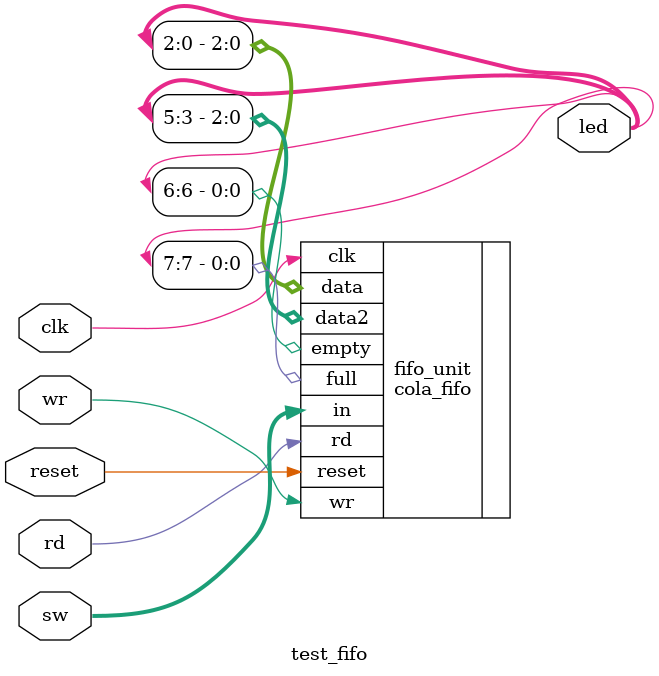
<source format=v>
`timescale 1ns / 1ps

module test_fifo
(
input wire clk, reset,
input wire wr,
input wire rd,
input wire [2:0] sw,
output wire [7:0] led
);

	// signal declaration
/*	wire [1:0] db_btn;

	// debounce circuits
	debounce btn_rd
	(.clk(clk), .reset(reset), .sw(rd),
	.db_level(), .db_tick(db_btn[0]));

	debounce btn_wr
	(.clk(clk), .reset(reset), .sw(wr),
	.db_level(), .db_tick(db_btn[1]));
*/
	
	// instantiate a 2^2-by-3 fifo
	cola_fifo #(.B(3), .W(2)) fifo_unit
	(
		.clk(clk), .reset(reset),
		.rd(rd),
		.wr(wr),
		.in(sw),
		.data(led[2:0]),
		.data2(led[5:3]),
		.full(led[7]),
		.empty(led[6])
		//.error(led[5])
	);

	// disable unused leds

	//assign led[4:3] = 2'b00;

endmodule

</source>
